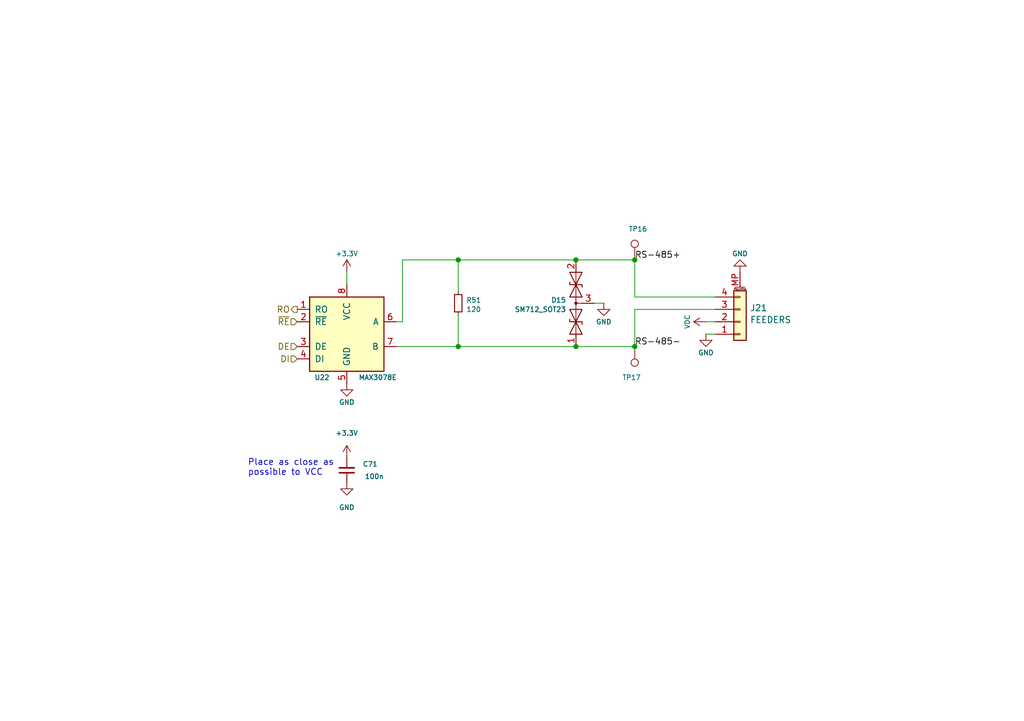
<source format=kicad_sch>
(kicad_sch
	(version 20231120)
	(generator "eeschema")
	(generator_version "8.0")
	(uuid "fb5fa96b-f210-4364-ac1d-1e10481dac56")
	(paper "A5")
	(title_block
		(title "LumenPnP Motherboard")
		(date "2023-07-30")
		(rev "005")
		(company "Opulo")
		(comment 1 "Feeder interface")
	)
	(lib_symbols
		(symbol "Connector:TestPoint"
			(pin_numbers hide)
			(pin_names
				(offset 0.762) hide)
			(exclude_from_sim no)
			(in_bom yes)
			(on_board yes)
			(property "Reference" "TP"
				(at 0 6.858 0)
				(effects
					(font
						(size 1.27 1.27)
					)
				)
			)
			(property "Value" "TestPoint"
				(at 0 5.08 0)
				(effects
					(font
						(size 1.27 1.27)
					)
				)
			)
			(property "Footprint" ""
				(at 5.08 0 0)
				(effects
					(font
						(size 1.27 1.27)
					)
					(hide yes)
				)
			)
			(property "Datasheet" "~"
				(at 5.08 0 0)
				(effects
					(font
						(size 1.27 1.27)
					)
					(hide yes)
				)
			)
			(property "Description" "test point"
				(at 0 0 0)
				(effects
					(font
						(size 1.27 1.27)
					)
					(hide yes)
				)
			)
			(property "ki_keywords" "test point tp"
				(at 0 0 0)
				(effects
					(font
						(size 1.27 1.27)
					)
					(hide yes)
				)
			)
			(property "ki_fp_filters" "Pin* Test*"
				(at 0 0 0)
				(effects
					(font
						(size 1.27 1.27)
					)
					(hide yes)
				)
			)
			(symbol "TestPoint_0_1"
				(circle
					(center 0 3.302)
					(radius 0.762)
					(stroke
						(width 0)
						(type default)
					)
					(fill
						(type none)
					)
				)
			)
			(symbol "TestPoint_1_1"
				(pin passive line
					(at 0 0 90)
					(length 2.54)
					(name "1"
						(effects
							(font
								(size 1.27 1.27)
							)
						)
					)
					(number "1"
						(effects
							(font
								(size 1.27 1.27)
							)
						)
					)
				)
			)
		)
		(symbol "Connector_Generic_MountingPin:Conn_01x04_MountingPin"
			(pin_names
				(offset 1.016) hide)
			(exclude_from_sim no)
			(in_bom yes)
			(on_board yes)
			(property "Reference" "J"
				(at 0 5.08 0)
				(effects
					(font
						(size 1.27 1.27)
					)
				)
			)
			(property "Value" "Conn_01x04_MountingPin"
				(at 1.27 -7.62 0)
				(effects
					(font
						(size 1.27 1.27)
					)
					(justify left)
				)
			)
			(property "Footprint" ""
				(at 0 0 0)
				(effects
					(font
						(size 1.27 1.27)
					)
					(hide yes)
				)
			)
			(property "Datasheet" "~"
				(at 0 0 0)
				(effects
					(font
						(size 1.27 1.27)
					)
					(hide yes)
				)
			)
			(property "Description" "Generic connectable mounting pin connector, single row, 01x04, script generated (kicad-library-utils/schlib/autogen/connector/)"
				(at 0 0 0)
				(effects
					(font
						(size 1.27 1.27)
					)
					(hide yes)
				)
			)
			(property "ki_keywords" "connector"
				(at 0 0 0)
				(effects
					(font
						(size 1.27 1.27)
					)
					(hide yes)
				)
			)
			(property "ki_fp_filters" "Connector*:*_1x??-1MP*"
				(at 0 0 0)
				(effects
					(font
						(size 1.27 1.27)
					)
					(hide yes)
				)
			)
			(symbol "Conn_01x04_MountingPin_1_1"
				(rectangle
					(start -1.27 -4.953)
					(end 0 -5.207)
					(stroke
						(width 0.1524)
						(type default)
					)
					(fill
						(type none)
					)
				)
				(rectangle
					(start -1.27 -2.413)
					(end 0 -2.667)
					(stroke
						(width 0.1524)
						(type default)
					)
					(fill
						(type none)
					)
				)
				(rectangle
					(start -1.27 0.127)
					(end 0 -0.127)
					(stroke
						(width 0.1524)
						(type default)
					)
					(fill
						(type none)
					)
				)
				(rectangle
					(start -1.27 2.667)
					(end 0 2.413)
					(stroke
						(width 0.1524)
						(type default)
					)
					(fill
						(type none)
					)
				)
				(rectangle
					(start -1.27 3.81)
					(end 1.27 -6.35)
					(stroke
						(width 0.254)
						(type default)
					)
					(fill
						(type background)
					)
				)
				(polyline
					(pts
						(xy -1.016 -7.112) (xy 1.016 -7.112)
					)
					(stroke
						(width 0.1524)
						(type default)
					)
					(fill
						(type none)
					)
				)
				(text "Mounting"
					(at 0 -6.731 0)
					(effects
						(font
							(size 0.381 0.381)
						)
					)
				)
				(pin passive line
					(at -5.08 2.54 0)
					(length 3.81)
					(name "Pin_1"
						(effects
							(font
								(size 1.27 1.27)
							)
						)
					)
					(number "1"
						(effects
							(font
								(size 1.27 1.27)
							)
						)
					)
				)
				(pin passive line
					(at -5.08 0 0)
					(length 3.81)
					(name "Pin_2"
						(effects
							(font
								(size 1.27 1.27)
							)
						)
					)
					(number "2"
						(effects
							(font
								(size 1.27 1.27)
							)
						)
					)
				)
				(pin passive line
					(at -5.08 -2.54 0)
					(length 3.81)
					(name "Pin_3"
						(effects
							(font
								(size 1.27 1.27)
							)
						)
					)
					(number "3"
						(effects
							(font
								(size 1.27 1.27)
							)
						)
					)
				)
				(pin passive line
					(at -5.08 -5.08 0)
					(length 3.81)
					(name "Pin_4"
						(effects
							(font
								(size 1.27 1.27)
							)
						)
					)
					(number "4"
						(effects
							(font
								(size 1.27 1.27)
							)
						)
					)
				)
				(pin passive line
					(at 0 -10.16 90)
					(length 3.048)
					(name "MountPin"
						(effects
							(font
								(size 1.27 1.27)
							)
						)
					)
					(number "MP"
						(effects
							(font
								(size 1.27 1.27)
							)
						)
					)
				)
			)
		)
		(symbol "Device:C_Small"
			(pin_numbers hide)
			(pin_names
				(offset 0.254) hide)
			(exclude_from_sim no)
			(in_bom yes)
			(on_board yes)
			(property "Reference" "C"
				(at 0.254 1.778 0)
				(effects
					(font
						(size 1.27 1.27)
					)
					(justify left)
				)
			)
			(property "Value" "C_Small"
				(at 0.254 -2.032 0)
				(effects
					(font
						(size 1.27 1.27)
					)
					(justify left)
				)
			)
			(property "Footprint" ""
				(at 0 0 0)
				(effects
					(font
						(size 1.27 1.27)
					)
					(hide yes)
				)
			)
			(property "Datasheet" "~"
				(at 0 0 0)
				(effects
					(font
						(size 1.27 1.27)
					)
					(hide yes)
				)
			)
			(property "Description" "Unpolarized capacitor, small symbol"
				(at 0 0 0)
				(effects
					(font
						(size 1.27 1.27)
					)
					(hide yes)
				)
			)
			(property "ki_keywords" "capacitor cap"
				(at 0 0 0)
				(effects
					(font
						(size 1.27 1.27)
					)
					(hide yes)
				)
			)
			(property "ki_fp_filters" "C_*"
				(at 0 0 0)
				(effects
					(font
						(size 1.27 1.27)
					)
					(hide yes)
				)
			)
			(symbol "C_Small_0_1"
				(polyline
					(pts
						(xy -1.524 -0.508) (xy 1.524 -0.508)
					)
					(stroke
						(width 0.3302)
						(type default)
					)
					(fill
						(type none)
					)
				)
				(polyline
					(pts
						(xy -1.524 0.508) (xy 1.524 0.508)
					)
					(stroke
						(width 0.3048)
						(type default)
					)
					(fill
						(type none)
					)
				)
			)
			(symbol "C_Small_1_1"
				(pin passive line
					(at 0 2.54 270)
					(length 2.032)
					(name "~"
						(effects
							(font
								(size 1.27 1.27)
							)
						)
					)
					(number "1"
						(effects
							(font
								(size 1.27 1.27)
							)
						)
					)
				)
				(pin passive line
					(at 0 -2.54 90)
					(length 2.032)
					(name "~"
						(effects
							(font
								(size 1.27 1.27)
							)
						)
					)
					(number "2"
						(effects
							(font
								(size 1.27 1.27)
							)
						)
					)
				)
			)
		)
		(symbol "Device:R_Small"
			(pin_numbers hide)
			(pin_names
				(offset 0.254) hide)
			(exclude_from_sim no)
			(in_bom yes)
			(on_board yes)
			(property "Reference" "R"
				(at 0.762 0.508 0)
				(effects
					(font
						(size 1.27 1.27)
					)
					(justify left)
				)
			)
			(property "Value" "R_Small"
				(at 0.762 -1.016 0)
				(effects
					(font
						(size 1.27 1.27)
					)
					(justify left)
				)
			)
			(property "Footprint" ""
				(at 0 0 0)
				(effects
					(font
						(size 1.27 1.27)
					)
					(hide yes)
				)
			)
			(property "Datasheet" "~"
				(at 0 0 0)
				(effects
					(font
						(size 1.27 1.27)
					)
					(hide yes)
				)
			)
			(property "Description" "Resistor, small symbol"
				(at 0 0 0)
				(effects
					(font
						(size 1.27 1.27)
					)
					(hide yes)
				)
			)
			(property "ki_keywords" "R resistor"
				(at 0 0 0)
				(effects
					(font
						(size 1.27 1.27)
					)
					(hide yes)
				)
			)
			(property "ki_fp_filters" "R_*"
				(at 0 0 0)
				(effects
					(font
						(size 1.27 1.27)
					)
					(hide yes)
				)
			)
			(symbol "R_Small_0_1"
				(rectangle
					(start -0.762 1.778)
					(end 0.762 -1.778)
					(stroke
						(width 0.2032)
						(type default)
					)
					(fill
						(type none)
					)
				)
			)
			(symbol "R_Small_1_1"
				(pin passive line
					(at 0 2.54 270)
					(length 0.762)
					(name "~"
						(effects
							(font
								(size 1.27 1.27)
							)
						)
					)
					(number "1"
						(effects
							(font
								(size 1.27 1.27)
							)
						)
					)
				)
				(pin passive line
					(at 0 -2.54 90)
					(length 0.762)
					(name "~"
						(effects
							(font
								(size 1.27 1.27)
							)
						)
					)
					(number "2"
						(effects
							(font
								(size 1.27 1.27)
							)
						)
					)
				)
			)
		)
		(symbol "Diode:SM712_SOT23"
			(pin_names
				(offset 1.016) hide)
			(exclude_from_sim no)
			(in_bom yes)
			(on_board yes)
			(property "Reference" "D"
				(at 0 4.445 0)
				(effects
					(font
						(size 1.27 1.27)
					)
				)
			)
			(property "Value" "SM712_SOT23"
				(at 0 2.54 0)
				(effects
					(font
						(size 1.27 1.27)
					)
				)
			)
			(property "Footprint" "Package_TO_SOT_SMD:SOT-23"
				(at 0 -8.89 0)
				(effects
					(font
						(size 1.27 1.27)
					)
					(hide yes)
				)
			)
			(property "Datasheet" "https://www.littelfuse.com/~/media/electronics/datasheets/tvs_diode_arrays/littelfuse_tvs_diode_array_sm712_datasheet.pdf.pdf"
				(at -3.81 0 0)
				(effects
					(font
						(size 1.27 1.27)
					)
					(hide yes)
				)
			)
			(property "Description" "7V/12V, 600W Asymmetrical TVS Diode Array, SOT-23"
				(at 0 0 0)
				(effects
					(font
						(size 1.27 1.27)
					)
					(hide yes)
				)
			)
			(property "ki_keywords" "transient voltage suppressor thyrector transil"
				(at 0 0 0)
				(effects
					(font
						(size 1.27 1.27)
					)
					(hide yes)
				)
			)
			(property "ki_fp_filters" "SOT?23*"
				(at 0 0 0)
				(effects
					(font
						(size 1.27 1.27)
					)
					(hide yes)
				)
			)
			(symbol "SM712_SOT23_0_0"
				(polyline
					(pts
						(xy 0 -1.27) (xy 0 0)
					)
					(stroke
						(width 0)
						(type default)
					)
					(fill
						(type none)
					)
				)
			)
			(symbol "SM712_SOT23_0_1"
				(polyline
					(pts
						(xy -6.35 0) (xy 6.35 0)
					)
					(stroke
						(width 0)
						(type default)
					)
					(fill
						(type none)
					)
				)
				(polyline
					(pts
						(xy -3.302 1.27) (xy -3.81 1.27) (xy -3.81 -1.27) (xy -4.318 -1.27)
					)
					(stroke
						(width 0.2032)
						(type default)
					)
					(fill
						(type none)
					)
				)
				(polyline
					(pts
						(xy 4.318 1.27) (xy 3.81 1.27) (xy 3.81 -1.27) (xy 3.302 -1.27)
					)
					(stroke
						(width 0.2032)
						(type default)
					)
					(fill
						(type none)
					)
				)
				(polyline
					(pts
						(xy -6.35 -1.27) (xy -1.27 1.27) (xy -1.27 -1.27) (xy -6.35 1.27) (xy -6.35 -1.27)
					)
					(stroke
						(width 0.2032)
						(type default)
					)
					(fill
						(type none)
					)
				)
				(polyline
					(pts
						(xy 1.27 -1.27) (xy 1.27 1.27) (xy 6.35 -1.27) (xy 6.35 1.27) (xy 1.27 -1.27)
					)
					(stroke
						(width 0.2032)
						(type default)
					)
					(fill
						(type none)
					)
				)
				(circle
					(center 0 0)
					(radius 0.254)
					(stroke
						(width 0)
						(type default)
					)
					(fill
						(type outline)
					)
				)
			)
			(symbol "SM712_SOT23_1_1"
				(pin passive line
					(at -8.89 0 0)
					(length 2.54)
					(name "A1"
						(effects
							(font
								(size 1.27 1.27)
							)
						)
					)
					(number "1"
						(effects
							(font
								(size 1.27 1.27)
							)
						)
					)
				)
				(pin passive line
					(at 8.89 0 180)
					(length 2.54)
					(name "A2"
						(effects
							(font
								(size 1.27 1.27)
							)
						)
					)
					(number "2"
						(effects
							(font
								(size 1.27 1.27)
							)
						)
					)
				)
				(pin input line
					(at 0 -3.81 90)
					(length 2.54)
					(name "common"
						(effects
							(font
								(size 1.27 1.27)
							)
						)
					)
					(number "3"
						(effects
							(font
								(size 1.27 1.27)
							)
						)
					)
				)
			)
		)
		(symbol "Interface_UART:MAX3078E"
			(pin_names
				(offset 1.016)
			)
			(exclude_from_sim no)
			(in_bom yes)
			(on_board yes)
			(property "Reference" "U"
				(at -7.62 8.89 0)
				(effects
					(font
						(size 1.27 1.27)
					)
					(justify left)
				)
			)
			(property "Value" "MAX3078E"
				(at 2.54 8.89 0)
				(effects
					(font
						(size 1.27 1.27)
					)
					(justify left)
				)
			)
			(property "Footprint" "Package_SO:SOIC-8_3.9x4.9mm_P1.27mm"
				(at 26.67 -8.89 0)
				(effects
					(font
						(size 1.27 1.27)
						(italic yes)
					)
					(hide yes)
				)
			)
			(property "Datasheet" "https://datasheets.maximintegrated.com/en/ds/MAX3070E-MAX3079E.pdf"
				(at 0 0 0)
				(effects
					(font
						(size 1.27 1.27)
					)
					(hide yes)
				)
			)
			(property "Description" "+3.3V, ±15kV ESD-Protected, Fail-Safe, Hot-Swap, RS-485/RS-422 Transceivers, SOIC-8"
				(at 0 0 0)
				(effects
					(font
						(size 1.27 1.27)
					)
					(hide yes)
				)
			)
			(property "ki_keywords" "Low Power Half-Duplex RS-485 RS-422 Transceiver"
				(at 0 0 0)
				(effects
					(font
						(size 1.27 1.27)
					)
					(hide yes)
				)
			)
			(property "ki_fp_filters" "SOIC*3.9x4.9mm*P1.27mm*"
				(at 0 0 0)
				(effects
					(font
						(size 1.27 1.27)
					)
					(hide yes)
				)
			)
			(symbol "MAX3078E_0_1"
				(rectangle
					(start -7.62 7.62)
					(end 7.62 -7.62)
					(stroke
						(width 0.254)
						(type default)
					)
					(fill
						(type background)
					)
				)
			)
			(symbol "MAX3078E_1_1"
				(pin output line
					(at -10.16 5.08 0)
					(length 2.54)
					(name "RO"
						(effects
							(font
								(size 1.27 1.27)
							)
						)
					)
					(number "1"
						(effects
							(font
								(size 1.27 1.27)
							)
						)
					)
				)
				(pin input line
					(at -10.16 2.54 0)
					(length 2.54)
					(name "~{RE}"
						(effects
							(font
								(size 1.27 1.27)
							)
						)
					)
					(number "2"
						(effects
							(font
								(size 1.27 1.27)
							)
						)
					)
				)
				(pin input line
					(at -10.16 -2.54 0)
					(length 2.54)
					(name "DE"
						(effects
							(font
								(size 1.27 1.27)
							)
						)
					)
					(number "3"
						(effects
							(font
								(size 1.27 1.27)
							)
						)
					)
				)
				(pin input line
					(at -10.16 -5.08 0)
					(length 2.54)
					(name "DI"
						(effects
							(font
								(size 1.27 1.27)
							)
						)
					)
					(number "4"
						(effects
							(font
								(size 1.27 1.27)
							)
						)
					)
				)
				(pin power_in line
					(at 0 -10.16 90)
					(length 2.54)
					(name "GND"
						(effects
							(font
								(size 1.27 1.27)
							)
						)
					)
					(number "5"
						(effects
							(font
								(size 1.27 1.27)
							)
						)
					)
				)
				(pin bidirectional line
					(at 10.16 2.54 180)
					(length 2.54)
					(name "A"
						(effects
							(font
								(size 1.27 1.27)
							)
						)
					)
					(number "6"
						(effects
							(font
								(size 1.27 1.27)
							)
						)
					)
				)
				(pin bidirectional line
					(at 10.16 -2.54 180)
					(length 2.54)
					(name "B"
						(effects
							(font
								(size 1.27 1.27)
							)
						)
					)
					(number "7"
						(effects
							(font
								(size 1.27 1.27)
							)
						)
					)
				)
				(pin power_in line
					(at 0 10.16 270)
					(length 2.54)
					(name "VCC"
						(effects
							(font
								(size 1.27 1.27)
							)
						)
					)
					(number "8"
						(effects
							(font
								(size 1.27 1.27)
							)
						)
					)
				)
			)
		)
		(symbol "power:+3.3V"
			(power)
			(pin_numbers hide)
			(pin_names
				(offset 0) hide)
			(exclude_from_sim no)
			(in_bom yes)
			(on_board yes)
			(property "Reference" "#PWR"
				(at 0 -3.81 0)
				(effects
					(font
						(size 1.27 1.27)
					)
					(hide yes)
				)
			)
			(property "Value" "+3.3V"
				(at 0 3.556 0)
				(effects
					(font
						(size 1.27 1.27)
					)
				)
			)
			(property "Footprint" ""
				(at 0 0 0)
				(effects
					(font
						(size 1.27 1.27)
					)
					(hide yes)
				)
			)
			(property "Datasheet" ""
				(at 0 0 0)
				(effects
					(font
						(size 1.27 1.27)
					)
					(hide yes)
				)
			)
			(property "Description" "Power symbol creates a global label with name \"+3.3V\""
				(at 0 0 0)
				(effects
					(font
						(size 1.27 1.27)
					)
					(hide yes)
				)
			)
			(property "ki_keywords" "global power"
				(at 0 0 0)
				(effects
					(font
						(size 1.27 1.27)
					)
					(hide yes)
				)
			)
			(symbol "+3.3V_0_1"
				(polyline
					(pts
						(xy -0.762 1.27) (xy 0 2.54)
					)
					(stroke
						(width 0)
						(type default)
					)
					(fill
						(type none)
					)
				)
				(polyline
					(pts
						(xy 0 0) (xy 0 2.54)
					)
					(stroke
						(width 0)
						(type default)
					)
					(fill
						(type none)
					)
				)
				(polyline
					(pts
						(xy 0 2.54) (xy 0.762 1.27)
					)
					(stroke
						(width 0)
						(type default)
					)
					(fill
						(type none)
					)
				)
			)
			(symbol "+3.3V_1_1"
				(pin power_in line
					(at 0 0 90)
					(length 0)
					(name "~"
						(effects
							(font
								(size 1.27 1.27)
							)
						)
					)
					(number "1"
						(effects
							(font
								(size 1.27 1.27)
							)
						)
					)
				)
			)
		)
		(symbol "power:GND"
			(power)
			(pin_numbers hide)
			(pin_names
				(offset 0) hide)
			(exclude_from_sim no)
			(in_bom yes)
			(on_board yes)
			(property "Reference" "#PWR"
				(at 0 -6.35 0)
				(effects
					(font
						(size 1.27 1.27)
					)
					(hide yes)
				)
			)
			(property "Value" "GND"
				(at 0 -3.81 0)
				(effects
					(font
						(size 1.27 1.27)
					)
				)
			)
			(property "Footprint" ""
				(at 0 0 0)
				(effects
					(font
						(size 1.27 1.27)
					)
					(hide yes)
				)
			)
			(property "Datasheet" ""
				(at 0 0 0)
				(effects
					(font
						(size 1.27 1.27)
					)
					(hide yes)
				)
			)
			(property "Description" "Power symbol creates a global label with name \"GND\" , ground"
				(at 0 0 0)
				(effects
					(font
						(size 1.27 1.27)
					)
					(hide yes)
				)
			)
			(property "ki_keywords" "global power"
				(at 0 0 0)
				(effects
					(font
						(size 1.27 1.27)
					)
					(hide yes)
				)
			)
			(symbol "GND_0_1"
				(polyline
					(pts
						(xy 0 0) (xy 0 -1.27) (xy 1.27 -1.27) (xy 0 -2.54) (xy -1.27 -1.27) (xy 0 -1.27)
					)
					(stroke
						(width 0)
						(type default)
					)
					(fill
						(type none)
					)
				)
			)
			(symbol "GND_1_1"
				(pin power_in line
					(at 0 0 270)
					(length 0)
					(name "~"
						(effects
							(font
								(size 1.27 1.27)
							)
						)
					)
					(number "1"
						(effects
							(font
								(size 1.27 1.27)
							)
						)
					)
				)
			)
		)
		(symbol "power:VDC"
			(power)
			(pin_numbers hide)
			(pin_names
				(offset 0) hide)
			(exclude_from_sim no)
			(in_bom yes)
			(on_board yes)
			(property "Reference" "#PWR"
				(at 0 -3.81 0)
				(effects
					(font
						(size 1.27 1.27)
					)
					(hide yes)
				)
			)
			(property "Value" "VDC"
				(at 0 3.556 0)
				(effects
					(font
						(size 1.27 1.27)
					)
				)
			)
			(property "Footprint" ""
				(at 0 0 0)
				(effects
					(font
						(size 1.27 1.27)
					)
					(hide yes)
				)
			)
			(property "Datasheet" ""
				(at 0 0 0)
				(effects
					(font
						(size 1.27 1.27)
					)
					(hide yes)
				)
			)
			(property "Description" "Power symbol creates a global label with name \"VDC\""
				(at 0 0 0)
				(effects
					(font
						(size 1.27 1.27)
					)
					(hide yes)
				)
			)
			(property "ki_keywords" "global power"
				(at 0 0 0)
				(effects
					(font
						(size 1.27 1.27)
					)
					(hide yes)
				)
			)
			(symbol "VDC_0_1"
				(polyline
					(pts
						(xy -0.762 1.27) (xy 0 2.54)
					)
					(stroke
						(width 0)
						(type default)
					)
					(fill
						(type none)
					)
				)
				(polyline
					(pts
						(xy 0 0) (xy 0 2.54)
					)
					(stroke
						(width 0)
						(type default)
					)
					(fill
						(type none)
					)
				)
				(polyline
					(pts
						(xy 0 2.54) (xy 0.762 1.27)
					)
					(stroke
						(width 0)
						(type default)
					)
					(fill
						(type none)
					)
				)
			)
			(symbol "VDC_1_1"
				(pin power_in line
					(at 0 0 90)
					(length 0)
					(name "~"
						(effects
							(font
								(size 1.27 1.27)
							)
						)
					)
					(number "1"
						(effects
							(font
								(size 1.27 1.27)
							)
						)
					)
				)
			)
		)
	)
	(junction
		(at 118.11 53.34)
		(diameter 0)
		(color 0 0 0 0)
		(uuid "03a21fc1-6882-48fa-a88e-b29f82463406")
	)
	(junction
		(at 130.175 53.34)
		(diameter 0)
		(color 0 0 0 0)
		(uuid "0af266f3-1e23-4353-9796-ae9815ccefbc")
	)
	(junction
		(at 118.11 71.12)
		(diameter 0)
		(color 0 0 0 0)
		(uuid "1249c3d3-48c8-4741-970f-380d61db2374")
	)
	(junction
		(at 93.98 71.12)
		(diameter 0)
		(color 0 0 0 0)
		(uuid "2fa00ced-ea21-4995-b38f-524f0737d0e2")
	)
	(junction
		(at 93.98 53.34)
		(diameter 0)
		(color 0 0 0 0)
		(uuid "6da15387-3526-428e-b301-4b5e3adbe1d6")
	)
	(junction
		(at 130.175 71.12)
		(diameter 0)
		(color 0 0 0 0)
		(uuid "c75ee1cc-8ac4-4a13-8211-e99f35f15a6d")
	)
	(wire
		(pts
			(xy 130.175 60.96) (xy 146.685 60.96)
		)
		(stroke
			(width 0)
			(type default)
		)
		(uuid "08fd4fdd-74ba-450a-9599-12ba0447c7af")
	)
	(wire
		(pts
			(xy 82.55 53.34) (xy 82.55 66.04)
		)
		(stroke
			(width 0)
			(type default)
		)
		(uuid "236a9a1c-87e7-465b-a678-cff45b166593")
	)
	(wire
		(pts
			(xy 93.98 64.77) (xy 93.98 71.12)
		)
		(stroke
			(width 0)
			(type default)
		)
		(uuid "299be1ad-ba11-48d8-b322-3e3ddeb7d9a2")
	)
	(wire
		(pts
			(xy 130.175 63.5) (xy 130.175 71.12)
		)
		(stroke
			(width 0)
			(type default)
		)
		(uuid "372dbaf2-0657-485d-b4d5-8a6664d89e1c")
	)
	(wire
		(pts
			(xy 121.92 62.23) (xy 123.825 62.23)
		)
		(stroke
			(width 0)
			(type default)
		)
		(uuid "3914a9fe-15be-4113-aabd-16e167c05e47")
	)
	(wire
		(pts
			(xy 118.11 71.12) (xy 130.175 71.12)
		)
		(stroke
			(width 0)
			(type default)
		)
		(uuid "581b7197-9929-4879-a15c-dfda486c254d")
	)
	(wire
		(pts
			(xy 130.175 63.5) (xy 146.685 63.5)
		)
		(stroke
			(width 0)
			(type default)
		)
		(uuid "612b3a9d-5ce0-4c96-8b2a-42a2d9592096")
	)
	(wire
		(pts
			(xy 144.78 68.58) (xy 146.685 68.58)
		)
		(stroke
			(width 0)
			(type default)
		)
		(uuid "6b1baddd-1361-45bb-9111-0ddb65c3fb15")
	)
	(wire
		(pts
			(xy 118.11 53.34) (xy 130.175 53.34)
		)
		(stroke
			(width 0)
			(type default)
		)
		(uuid "7d6079cd-a513-4c56-bc18-3c28f769f172")
	)
	(wire
		(pts
			(xy 93.98 71.12) (xy 118.11 71.12)
		)
		(stroke
			(width 0)
			(type default)
		)
		(uuid "809e0e2f-39a7-4840-8a95-72a9f3eb030d")
	)
	(wire
		(pts
			(xy 81.28 71.12) (xy 93.98 71.12)
		)
		(stroke
			(width 0)
			(type default)
		)
		(uuid "87eb8865-5474-48ff-a77e-80c60a51bd54")
	)
	(wire
		(pts
			(xy 144.78 66.04) (xy 146.685 66.04)
		)
		(stroke
			(width 0)
			(type default)
		)
		(uuid "a06c6f6f-5ffe-42c9-8271-9df9748355c3")
	)
	(wire
		(pts
			(xy 93.98 53.34) (xy 118.11 53.34)
		)
		(stroke
			(width 0)
			(type default)
		)
		(uuid "a8e5183a-f0c0-4276-a50e-4b086e054aef")
	)
	(wire
		(pts
			(xy 93.98 53.34) (xy 93.98 59.69)
		)
		(stroke
			(width 0)
			(type default)
		)
		(uuid "caadeaed-8f65-4b96-8ee7-edccf96796bb")
	)
	(wire
		(pts
			(xy 81.28 66.04) (xy 82.55 66.04)
		)
		(stroke
			(width 0)
			(type default)
		)
		(uuid "cb61e91d-a306-4895-b881-283e06c78f89")
	)
	(wire
		(pts
			(xy 71.12 55.88) (xy 71.12 58.42)
		)
		(stroke
			(width 0)
			(type default)
		)
		(uuid "d6926d41-1c5b-43f5-94ad-ca4a8e6900d6")
	)
	(wire
		(pts
			(xy 130.175 53.34) (xy 130.175 60.96)
		)
		(stroke
			(width 0)
			(type default)
		)
		(uuid "e934b739-6508-4581-ac2a-555c8623efc9")
	)
	(wire
		(pts
			(xy 82.55 53.34) (xy 93.98 53.34)
		)
		(stroke
			(width 0)
			(type default)
		)
		(uuid "f2860f6a-0d60-4f7a-99b7-16f77293eec0")
	)
	(text "Place as close as\npossible to VCC"
		(exclude_from_sim no)
		(at 50.8 97.79 0)
		(effects
			(font
				(size 1.27 1.27)
			)
			(justify left bottom)
		)
		(uuid "5054dd1c-0097-4d28-b58f-c88c7aa4a35a")
	)
	(label "RS-485-"
		(at 130.175 71.12 0)
		(fields_autoplaced yes)
		(effects
			(font
				(size 1.27 1.27)
			)
			(justify left bottom)
		)
		(uuid "4550ce50-9e3f-460d-9d5a-49c3ea383f2d")
	)
	(label "RS-485+"
		(at 130.175 53.34 0)
		(fields_autoplaced yes)
		(effects
			(font
				(size 1.27 1.27)
			)
			(justify left bottom)
		)
		(uuid "883c831f-2832-4392-936b-b9caba303078")
	)
	(hierarchical_label "~{RE}"
		(shape input)
		(at 60.96 66.04 180)
		(fields_autoplaced yes)
		(effects
			(font
				(size 1.27 1.27)
			)
			(justify right)
		)
		(uuid "2937fe95-337e-41c4-9e8d-2e3e39437f3c")
	)
	(hierarchical_label "RO"
		(shape output)
		(at 60.96 63.5 180)
		(fields_autoplaced yes)
		(effects
			(font
				(size 1.27 1.27)
			)
			(justify right)
		)
		(uuid "433fcc23-53e8-4828-a689-7eed1059c0fc")
	)
	(hierarchical_label "DE"
		(shape input)
		(at 60.96 71.12 180)
		(fields_autoplaced yes)
		(effects
			(font
				(size 1.27 1.27)
			)
			(justify right)
		)
		(uuid "78602207-f9b9-41f7-a5e6-790bebf12573")
	)
	(hierarchical_label "DI"
		(shape input)
		(at 60.96 73.66 180)
		(fields_autoplaced yes)
		(effects
			(font
				(size 1.27 1.27)
			)
			(justify right)
		)
		(uuid "87bc1067-1877-49bf-bf62-b1564e080ffb")
	)
	(symbol
		(lib_id "power:+3.3V")
		(at 71.12 93.98 0)
		(unit 1)
		(exclude_from_sim no)
		(in_bom yes)
		(on_board yes)
		(dnp no)
		(fields_autoplaced yes)
		(uuid "22116f01-7c57-4e2e-a6a3-3d562bc4f0b4")
		(property "Reference" "#PWR0201"
			(at 71.12 97.79 0)
			(effects
				(font
					(size 1 1)
				)
				(hide yes)
			)
		)
		(property "Value" "+3.3V"
			(at 71.12 88.9 0)
			(effects
				(font
					(size 1 1)
				)
			)
		)
		(property "Footprint" ""
			(at 71.12 93.98 0)
			(effects
				(font
					(size 1 1)
					(color 223 129 255 1)
				)
				(hide yes)
			)
		)
		(property "Datasheet" ""
			(at 71.12 93.98 0)
			(effects
				(font
					(size 1 1)
					(color 223 129 255 1)
				)
				(hide yes)
			)
		)
		(property "Description" "Power symbol creates a global label with name \"+3.3V\""
			(at 71.12 93.98 0)
			(effects
				(font
					(size 1.27 1.27)
				)
				(hide yes)
			)
		)
		(pin "1"
			(uuid "a4fd4ae9-da89-427a-b69e-89f3dceb157e")
		)
		(instances
			(project "mobo"
				(path "/7255cbd1-8d38-4545-be9a-7fc5488ef942/0ce3ca4e-d67d-448e-a269-79fcdb83d27c"
					(reference "#PWR0201")
					(unit 1)
				)
			)
		)
	)
	(symbol
		(lib_id "power:GND")
		(at 123.825 62.23 0)
		(unit 1)
		(exclude_from_sim no)
		(in_bom yes)
		(on_board yes)
		(dnp no)
		(uuid "2500b388-5483-4845-b4e8-2804f05c0464")
		(property "Reference" "#PWR0197"
			(at 123.825 68.58 0)
			(effects
				(font
					(size 1 1)
				)
				(hide yes)
			)
		)
		(property "Value" "GND"
			(at 123.825 66.04 0)
			(effects
				(font
					(size 1 1)
				)
			)
		)
		(property "Footprint" ""
			(at 123.825 62.23 0)
			(effects
				(font
					(size 1 1)
					(color 223 129 255 1)
				)
				(hide yes)
			)
		)
		(property "Datasheet" ""
			(at 123.825 62.23 0)
			(effects
				(font
					(size 1 1)
					(color 223 129 255 1)
				)
				(hide yes)
			)
		)
		(property "Description" "Power symbol creates a global label with name \"GND\" , ground"
			(at 123.825 62.23 0)
			(effects
				(font
					(size 1.27 1.27)
				)
				(hide yes)
			)
		)
		(pin "1"
			(uuid "ce4d6db1-a2f4-42a0-88de-3249c23ebe9f")
		)
		(instances
			(project "mobo"
				(path "/7255cbd1-8d38-4545-be9a-7fc5488ef942/0ce3ca4e-d67d-448e-a269-79fcdb83d27c"
					(reference "#PWR0197")
					(unit 1)
				)
			)
		)
	)
	(symbol
		(lib_id "Connector:TestPoint")
		(at 130.175 71.12 180)
		(unit 1)
		(exclude_from_sim no)
		(in_bom yes)
		(on_board yes)
		(dnp no)
		(uuid "743206de-f56a-4312-9758-a2e496f12b8e")
		(property "Reference" "TP17"
			(at 131.445 77.47 0)
			(effects
				(font
					(size 1 1)
				)
				(justify left)
			)
		)
		(property "Value" "TestPoint"
			(at 128.905 76.2 90)
			(effects
				(font
					(size 1 1)
				)
				(justify left)
				(hide yes)
			)
		)
		(property "Footprint" "TestPoint:TestPoint_Pad_D2.0mm"
			(at 125.095 71.12 0)
			(effects
				(font
					(size 1.27 1.27)
				)
				(hide yes)
			)
		)
		(property "Datasheet" "~"
			(at 125.095 71.12 0)
			(effects
				(font
					(size 1.27 1.27)
				)
				(hide yes)
			)
		)
		(property "Description" "test point"
			(at 130.175 71.12 0)
			(effects
				(font
					(size 1.27 1.27)
				)
				(hide yes)
			)
		)
		(pin "1"
			(uuid "ea0a5e6a-405a-46e7-a32b-6b45259f4f6f")
		)
		(instances
			(project "mobo"
				(path "/7255cbd1-8d38-4545-be9a-7fc5488ef942/0ce3ca4e-d67d-448e-a269-79fcdb83d27c"
					(reference "TP17")
					(unit 1)
				)
			)
		)
	)
	(symbol
		(lib_id "Connector_Generic_MountingPin:Conn_01x04_MountingPin")
		(at 151.765 66.04 0)
		(mirror x)
		(unit 1)
		(exclude_from_sim no)
		(in_bom yes)
		(on_board yes)
		(dnp no)
		(fields_autoplaced yes)
		(uuid "77324021-a265-4ac7-bd5c-7341cbc5c799")
		(property "Reference" "J21"
			(at 153.797 63.2023 0)
			(effects
				(font
					(size 1.27 1.27)
				)
				(justify left)
			)
		)
		(property "Value" "FEEDERS"
			(at 153.797 65.6265 0)
			(effects
				(font
					(size 1.27 1.27)
				)
				(justify left)
			)
		)
		(property "Footprint" "Connector_JST:JST_PH_B4B-PH-SM4-TB_1x04-1MP_P2.00mm_Vertical"
			(at 151.765 66.04 0)
			(effects
				(font
					(size 1.27 1.27)
				)
				(hide yes)
			)
		)
		(property "Datasheet" "~"
			(at 151.765 66.04 0)
			(effects
				(font
					(size 1.27 1.27)
				)
				(hide yes)
			)
		)
		(property "Description" "Generic connectable mounting pin connector, single row, 01x04, script generated (kicad-library-utils/schlib/autogen/connector/)"
			(at 151.765 66.04 0)
			(effects
				(font
					(size 1.27 1.27)
				)
				(hide yes)
			)
		)
		(property "JLCPCB" "C67258"
			(at 151.765 66.04 0)
			(effects
				(font
					(size 1.27 1.27)
				)
				(hide yes)
			)
		)
		(property "LCSC" "C2829152"
			(at 151.765 66.04 0)
			(effects
				(font
					(size 1.27 1.27)
				)
				(hide yes)
			)
		)
		(pin "2"
			(uuid "d8720ceb-3c0c-4cbe-b26c-89819f36e8f4")
		)
		(pin "1"
			(uuid "d16fa4c6-51fd-47d9-9f9f-ec61e963f382")
		)
		(pin "MP"
			(uuid "7c8fb4f7-5748-467f-96ba-e079f49336b4")
		)
		(pin "3"
			(uuid "dd3edce3-00f1-483c-ac60-9b2c1ef24994")
		)
		(pin "4"
			(uuid "fcec82f4-6ef3-4a1a-8700-9633d68af839")
		)
		(instances
			(project "mobo"
				(path "/7255cbd1-8d38-4545-be9a-7fc5488ef942/0ce3ca4e-d67d-448e-a269-79fcdb83d27c"
					(reference "J21")
					(unit 1)
				)
			)
		)
	)
	(symbol
		(lib_id "power:GND")
		(at 151.765 55.88 180)
		(unit 1)
		(exclude_from_sim no)
		(in_bom yes)
		(on_board yes)
		(dnp no)
		(uuid "78bb6c6e-da45-42d4-828a-50748fdd1d1b")
		(property "Reference" "#PWR0196"
			(at 151.765 49.53 0)
			(effects
				(font
					(size 1 1)
				)
				(hide yes)
			)
		)
		(property "Value" "GND"
			(at 151.765 52.07 0)
			(effects
				(font
					(size 1 1)
				)
			)
		)
		(property "Footprint" ""
			(at 151.765 55.88 0)
			(effects
				(font
					(size 1 1)
					(color 223 129 255 1)
				)
				(hide yes)
			)
		)
		(property "Datasheet" ""
			(at 151.765 55.88 0)
			(effects
				(font
					(size 1 1)
					(color 223 129 255 1)
				)
				(hide yes)
			)
		)
		(property "Description" "Power symbol creates a global label with name \"GND\" , ground"
			(at 151.765 55.88 0)
			(effects
				(font
					(size 1.27 1.27)
				)
				(hide yes)
			)
		)
		(pin "1"
			(uuid "7163406e-7e60-4638-a998-4be719e8977b")
		)
		(instances
			(project "mobo"
				(path "/7255cbd1-8d38-4545-be9a-7fc5488ef942/0ce3ca4e-d67d-448e-a269-79fcdb83d27c"
					(reference "#PWR0196")
					(unit 1)
				)
			)
		)
	)
	(symbol
		(lib_id "Diode:SM712_SOT23")
		(at 118.11 62.23 90)
		(unit 1)
		(exclude_from_sim no)
		(in_bom yes)
		(on_board yes)
		(dnp no)
		(fields_autoplaced yes)
		(uuid "894b2f30-12f3-4aa5-a6ac-6968200a3e04")
		(property "Reference" "D15"
			(at 116.1034 61.5863 90)
			(effects
				(font
					(size 1 1)
				)
				(justify left)
			)
		)
		(property "Value" "SM712_SOT23"
			(at 116.1034 63.5073 90)
			(effects
				(font
					(size 1 1)
				)
				(justify left)
			)
		)
		(property "Footprint" "Package_TO_SOT_SMD:SOT-23"
			(at 127 62.23 0)
			(effects
				(font
					(size 1 1)
					(color 223 129 255 1)
				)
				(hide yes)
			)
		)
		(property "Datasheet" "https://www.littelfuse.com/~/media/electronics/datasheets/tvs_diode_arrays/littelfuse_tvs_diode_array_sm712_datasheet.pdf.pdf"
			(at 118.11 66.04 0)
			(effects
				(font
					(size 1 1)
					(color 223 129 255 1)
				)
				(hide yes)
			)
		)
		(property "Description" "7V/12V, 600W Asymmetrical TVS Diode Array, SOT-23"
			(at 118.11 62.23 0)
			(effects
				(font
					(size 1.27 1.27)
				)
				(hide yes)
			)
		)
		(property "JLCPCB" "C521963"
			(at 118.11 62.23 0)
			(effects
				(font
					(size 1.27 1.27)
				)
				(hide yes)
			)
		)
		(property "LCSC" "C521963"
			(at 118.11 62.23 0)
			(effects
				(font
					(size 1.27 1.27)
				)
				(hide yes)
			)
		)
		(pin "1"
			(uuid "8e02919b-4708-4346-8e37-6876e3054cb6")
		)
		(pin "2"
			(uuid "7dbec9fa-f44c-468c-83d7-be4c5358b879")
		)
		(pin "3"
			(uuid "04ce2472-8fd6-4fa6-934a-ea8f4dc64ae2")
		)
		(instances
			(project "mobo"
				(path "/7255cbd1-8d38-4545-be9a-7fc5488ef942/0ce3ca4e-d67d-448e-a269-79fcdb83d27c"
					(reference "D15")
					(unit 1)
				)
			)
		)
	)
	(symbol
		(lib_id "Connector:TestPoint")
		(at 130.175 53.34 0)
		(unit 1)
		(exclude_from_sim no)
		(in_bom yes)
		(on_board yes)
		(dnp no)
		(uuid "987c9bed-87e6-42b8-a727-51b5db0887ae")
		(property "Reference" "TP16"
			(at 128.905 46.99 0)
			(effects
				(font
					(size 1 1)
				)
				(justify left)
			)
		)
		(property "Value" "TestPoint"
			(at 131.445 48.26 90)
			(effects
				(font
					(size 1 1)
				)
				(justify left)
				(hide yes)
			)
		)
		(property "Footprint" "TestPoint:TestPoint_Pad_D2.0mm"
			(at 135.255 53.34 0)
			(effects
				(font
					(size 1.27 1.27)
				)
				(hide yes)
			)
		)
		(property "Datasheet" "~"
			(at 135.255 53.34 0)
			(effects
				(font
					(size 1.27 1.27)
				)
				(hide yes)
			)
		)
		(property "Description" "test point"
			(at 130.175 53.34 0)
			(effects
				(font
					(size 1.27 1.27)
				)
				(hide yes)
			)
		)
		(pin "1"
			(uuid "7045d036-5132-4646-9a68-f5b2c84e8988")
		)
		(instances
			(project "mobo"
				(path "/7255cbd1-8d38-4545-be9a-7fc5488ef942/0ce3ca4e-d67d-448e-a269-79fcdb83d27c"
					(reference "TP16")
					(unit 1)
				)
			)
		)
	)
	(symbol
		(lib_id "power:VDC")
		(at 144.78 66.04 90)
		(unit 1)
		(exclude_from_sim no)
		(in_bom yes)
		(on_board yes)
		(dnp no)
		(uuid "afc4e9ba-c3ab-4017-925a-1bc1fcc348ea")
		(property "Reference" "#PWR0198"
			(at 147.32 66.04 0)
			(effects
				(font
					(size 1 1)
				)
				(hide yes)
			)
		)
		(property "Value" "VDC"
			(at 140.97 66.04 0)
			(effects
				(font
					(size 1 1)
				)
			)
		)
		(property "Footprint" ""
			(at 144.78 66.04 0)
			(effects
				(font
					(size 1 1)
					(color 223 129 255 1)
				)
				(hide yes)
			)
		)
		(property "Datasheet" ""
			(at 144.78 66.04 0)
			(effects
				(font
					(size 1 1)
					(color 223 129 255 1)
				)
				(hide yes)
			)
		)
		(property "Description" "Power symbol creates a global label with name \"VDC\""
			(at 144.78 66.04 0)
			(effects
				(font
					(size 1.27 1.27)
				)
				(hide yes)
			)
		)
		(pin "1"
			(uuid "a55e333b-816d-4670-ba72-01001ea8e4af")
		)
		(instances
			(project "mobo"
				(path "/7255cbd1-8d38-4545-be9a-7fc5488ef942/0ce3ca4e-d67d-448e-a269-79fcdb83d27c"
					(reference "#PWR0198")
					(unit 1)
				)
			)
		)
	)
	(symbol
		(lib_id "Device:R_Small")
		(at 93.98 62.23 0)
		(unit 1)
		(exclude_from_sim no)
		(in_bom yes)
		(on_board yes)
		(dnp no)
		(uuid "bd432e88-0f61-4f88-9b11-e86647b48917")
		(property "Reference" "R51"
			(at 97.155 61.595 0)
			(effects
				(font
					(size 1 1)
				)
			)
		)
		(property "Value" "120"
			(at 97.155 63.5 0)
			(effects
				(font
					(size 1 1)
				)
			)
		)
		(property "Footprint" "Resistor_SMD:R_0805_2012Metric"
			(at 93.98 62.23 0)
			(effects
				(font
					(size 1 1)
					(color 223 129 255 1)
				)
				(hide yes)
			)
		)
		(property "Datasheet" "~"
			(at 93.98 62.23 0)
			(effects
				(font
					(size 1 1)
					(color 223 129 255 1)
				)
				(hide yes)
			)
		)
		(property "Description" "Resistor, small symbol"
			(at 93.98 62.23 0)
			(effects
				(font
					(size 1.27 1.27)
				)
				(hide yes)
			)
		)
		(property "Digikey" "541-120CCT-ND"
			(at 93.98 62.23 0)
			(effects
				(font
					(size 1 1)
					(color 223 129 255 1)
				)
				(hide yes)
			)
		)
		(property "JLCPCB" "C25280"
			(at 93.98 62.23 0)
			(effects
				(font
					(size 1 1)
					(color 223 129 255 1)
				)
				(hide yes)
			)
		)
		(property "LCSC" "C25280"
			(at 93.98 62.23 0)
			(effects
				(font
					(size 1 1)
					(color 223 129 255 1)
				)
				(hide yes)
			)
		)
		(property "Mouser" "71-CRCW0805120RFKEA"
			(at 93.98 62.23 0)
			(effects
				(font
					(size 1 1)
					(color 223 129 255 1)
				)
				(hide yes)
			)
		)
		(property "Notes" ""
			(at 93.98 62.23 0)
			(effects
				(font
					(size 1 1)
					(color 223 129 255 1)
				)
				(hide yes)
			)
		)
		(pin "1"
			(uuid "1f550c6c-9b2a-4c0a-bfac-feea1db7734a")
		)
		(pin "2"
			(uuid "b83276c3-4946-4f95-b24b-6abf78099217")
		)
		(instances
			(project "mobo"
				(path "/7255cbd1-8d38-4545-be9a-7fc5488ef942/0ce3ca4e-d67d-448e-a269-79fcdb83d27c"
					(reference "R51")
					(unit 1)
				)
			)
		)
	)
	(symbol
		(lib_id "Device:C_Small")
		(at 71.12 96.52 180)
		(unit 1)
		(exclude_from_sim no)
		(in_bom yes)
		(on_board yes)
		(dnp no)
		(uuid "c939c136-4949-418b-b507-eb3948fe8110")
		(property "Reference" "C71"
			(at 77.47 95.25 0)
			(effects
				(font
					(size 1 1)
				)
				(justify left)
			)
		)
		(property "Value" "100n"
			(at 78.74 97.79 0)
			(effects
				(font
					(size 1 1)
				)
				(justify left)
			)
		)
		(property "Footprint" "Capacitor_SMD:C_0805_2012Metric"
			(at 71.12 96.52 0)
			(effects
				(font
					(size 1 1)
					(color 223 129 255 1)
				)
				(hide yes)
			)
		)
		(property "Datasheet" "~"
			(at 71.12 96.52 0)
			(effects
				(font
					(size 1 1)
					(color 223 129 255 1)
				)
				(hide yes)
			)
		)
		(property "Description" "Unpolarized capacitor, small symbol"
			(at 71.12 96.52 0)
			(effects
				(font
					(size 1.27 1.27)
				)
				(hide yes)
			)
		)
		(property "Digikey" ""
			(at 71.12 96.52 0)
			(effects
				(font
					(size 1 1)
					(color 223 129 255 1)
				)
				(hide yes)
			)
		)
		(property "JLCPCB" "C49678"
			(at 71.12 96.52 0)
			(effects
				(font
					(size 1 1)
					(color 223 129 255 1)
				)
				(hide yes)
			)
		)
		(property "LCSC" "C38141"
			(at 71.12 96.52 0)
			(effects
				(font
					(size 1 1)
					(color 223 129 255 1)
				)
				(hide yes)
			)
		)
		(property "Mouser" ""
			(at 71.12 96.52 0)
			(effects
				(font
					(size 1 1)
					(color 223 129 255 1)
				)
				(hide yes)
			)
		)
		(property "Notes" "6.3V"
			(at 71.12 96.52 0)
			(effects
				(font
					(size 1 1)
					(color 223 129 255 1)
				)
				(hide yes)
			)
		)
		(pin "1"
			(uuid "81de1842-b309-4342-8d97-de68f639e8a9")
		)
		(pin "2"
			(uuid "811bb3d4-72b2-45ac-8dda-65e3c7c35f08")
		)
		(instances
			(project "mobo"
				(path "/7255cbd1-8d38-4545-be9a-7fc5488ef942/0ce3ca4e-d67d-448e-a269-79fcdb83d27c"
					(reference "C71")
					(unit 1)
				)
			)
		)
	)
	(symbol
		(lib_id "Interface_UART:MAX3078E")
		(at 71.12 68.58 0)
		(unit 1)
		(exclude_from_sim no)
		(in_bom yes)
		(on_board yes)
		(dnp no)
		(uuid "cffa6072-c5ac-48a9-885c-1c186eda873c")
		(property "Reference" "U22"
			(at 66.04 77.47 0)
			(effects
				(font
					(size 1 1)
				)
			)
		)
		(property "Value" "MAX3078E"
			(at 77.47 77.47 0)
			(effects
				(font
					(size 1 1)
				)
			)
		)
		(property "Footprint" "Package_SO:SOIC-8_3.9x4.9mm_P1.27mm"
			(at 97.79 77.47 0)
			(effects
				(font
					(size 1 1)
					(italic yes)
					(color 223 129 255 1)
				)
				(hide yes)
			)
		)
		(property "Datasheet" "https://datasheets.maximintegrated.com/en/ds/MAX3070E-MAX3079E.pdf"
			(at 71.12 68.58 0)
			(effects
				(font
					(size 1 1)
					(color 223 129 255 1)
				)
				(hide yes)
			)
		)
		(property "Description" "+3.3V, ±15kV ESD-Protected, Fail-Safe, Hot-Swap, RS-485/RS-422 Transceivers, SOIC-8"
			(at 71.12 68.58 0)
			(effects
				(font
					(size 1.27 1.27)
				)
				(hide yes)
			)
		)
		(property "LCSC" "C40031"
			(at 71.12 68.58 0)
			(effects
				(font
					(size 1 1)
					(color 223 129 255 1)
				)
				(hide yes)
			)
		)
		(property "Mouser" "700-MAX3078EESA "
			(at 71.12 68.58 0)
			(effects
				(font
					(size 1 1)
					(color 223 129 255 1)
				)
				(hide yes)
			)
		)
		(property "JLCPCB" "C40031"
			(at 71.12 68.58 0)
			(effects
				(font
					(size 1 1)
					(color 223 129 255 1)
				)
				(hide yes)
			)
		)
		(property "Digikey" "MAX3078EASA+-ND"
			(at 71.12 68.58 0)
			(effects
				(font
					(size 1 1)
					(color 223 129 255 1)
				)
				(hide yes)
			)
		)
		(pin "1"
			(uuid "eaf0dc6f-379d-4059-8fb9-00c551d29adc")
		)
		(pin "2"
			(uuid "74eef97b-5b64-4163-b222-03265b6069fc")
		)
		(pin "3"
			(uuid "28ea143b-b89a-4a33-8258-a224a80715b7")
		)
		(pin "4"
			(uuid "7d54d727-c1a7-4998-8490-49e60636a61e")
		)
		(pin "5"
			(uuid "c103c607-31a9-4057-a313-bf46972782ba")
		)
		(pin "6"
			(uuid "2cc2f5cb-0467-4840-9fec-4bafdac3cd48")
		)
		(pin "7"
			(uuid "46e2b2bf-db55-40b3-be81-f9d833b21c14")
		)
		(pin "8"
			(uuid "498e6253-ff7a-4905-a2e1-07dc4e353883")
		)
		(instances
			(project "mobo"
				(path "/7255cbd1-8d38-4545-be9a-7fc5488ef942/0ce3ca4e-d67d-448e-a269-79fcdb83d27c"
					(reference "U22")
					(unit 1)
				)
			)
		)
	)
	(symbol
		(lib_id "power:GND")
		(at 71.12 99.06 0)
		(unit 1)
		(exclude_from_sim no)
		(in_bom yes)
		(on_board yes)
		(dnp no)
		(fields_autoplaced yes)
		(uuid "d85fb7ee-9404-4dc1-8789-0365c6b6fd1c")
		(property "Reference" "#PWR0202"
			(at 71.12 105.41 0)
			(effects
				(font
					(size 1 1)
				)
				(hide yes)
			)
		)
		(property "Value" "GND"
			(at 71.12 104.14 0)
			(effects
				(font
					(size 1 1)
				)
			)
		)
		(property "Footprint" ""
			(at 71.12 99.06 0)
			(effects
				(font
					(size 1 1)
					(color 223 129 255 1)
				)
				(hide yes)
			)
		)
		(property "Datasheet" ""
			(at 71.12 99.06 0)
			(effects
				(font
					(size 1 1)
					(color 223 129 255 1)
				)
				(hide yes)
			)
		)
		(property "Description" "Power symbol creates a global label with name \"GND\" , ground"
			(at 71.12 99.06 0)
			(effects
				(font
					(size 1.27 1.27)
				)
				(hide yes)
			)
		)
		(pin "1"
			(uuid "5d1eea85-5906-4ac5-ad00-474789e9ea2a")
		)
		(instances
			(project "mobo"
				(path "/7255cbd1-8d38-4545-be9a-7fc5488ef942/0ce3ca4e-d67d-448e-a269-79fcdb83d27c"
					(reference "#PWR0202")
					(unit 1)
				)
			)
		)
	)
	(symbol
		(lib_id "power:+3.3V")
		(at 71.12 55.88 0)
		(unit 1)
		(exclude_from_sim no)
		(in_bom yes)
		(on_board yes)
		(dnp no)
		(uuid "e4aa89ac-6a82-4b28-aed7-403b0b66c753")
		(property "Reference" "#PWR0195"
			(at 71.12 59.69 0)
			(effects
				(font
					(size 1 1)
				)
				(hide yes)
			)
		)
		(property "Value" "+3.3V"
			(at 71.12 52.07 0)
			(effects
				(font
					(size 1 1)
				)
			)
		)
		(property "Footprint" ""
			(at 71.12 55.88 0)
			(effects
				(font
					(size 1 1)
					(color 223 129 255 1)
				)
				(hide yes)
			)
		)
		(property "Datasheet" ""
			(at 71.12 55.88 0)
			(effects
				(font
					(size 1 1)
					(color 223 129 255 1)
				)
				(hide yes)
			)
		)
		(property "Description" "Power symbol creates a global label with name \"+3.3V\""
			(at 71.12 55.88 0)
			(effects
				(font
					(size 1.27 1.27)
				)
				(hide yes)
			)
		)
		(pin "1"
			(uuid "93fac9e2-ce13-46b5-9690-586c7e783ff1")
		)
		(instances
			(project "mobo"
				(path "/7255cbd1-8d38-4545-be9a-7fc5488ef942/0ce3ca4e-d67d-448e-a269-79fcdb83d27c"
					(reference "#PWR0195")
					(unit 1)
				)
			)
		)
	)
	(symbol
		(lib_id "power:GND")
		(at 71.12 78.74 0)
		(unit 1)
		(exclude_from_sim no)
		(in_bom yes)
		(on_board yes)
		(dnp no)
		(uuid "e731f1aa-6282-44e7-95a2-03d08a59f558")
		(property "Reference" "#PWR0200"
			(at 71.12 85.09 0)
			(effects
				(font
					(size 1 1)
				)
				(hide yes)
			)
		)
		(property "Value" "GND"
			(at 71.12 82.55 0)
			(effects
				(font
					(size 1 1)
				)
			)
		)
		(property "Footprint" ""
			(at 71.12 78.74 0)
			(effects
				(font
					(size 1 1)
					(color 223 129 255 1)
				)
				(hide yes)
			)
		)
		(property "Datasheet" ""
			(at 71.12 78.74 0)
			(effects
				(font
					(size 1 1)
					(color 223 129 255 1)
				)
				(hide yes)
			)
		)
		(property "Description" "Power symbol creates a global label with name \"GND\" , ground"
			(at 71.12 78.74 0)
			(effects
				(font
					(size 1.27 1.27)
				)
				(hide yes)
			)
		)
		(pin "1"
			(uuid "1b541845-ad35-4862-9711-0083ceef230e")
		)
		(instances
			(project "mobo"
				(path "/7255cbd1-8d38-4545-be9a-7fc5488ef942/0ce3ca4e-d67d-448e-a269-79fcdb83d27c"
					(reference "#PWR0200")
					(unit 1)
				)
			)
		)
	)
	(symbol
		(lib_id "power:GND")
		(at 144.78 68.58 0)
		(unit 1)
		(exclude_from_sim no)
		(in_bom yes)
		(on_board yes)
		(dnp no)
		(uuid "f4388a78-6a74-4797-831f-ce5ba7cb9b79")
		(property "Reference" "#PWR0199"
			(at 144.78 74.93 0)
			(effects
				(font
					(size 1 1)
				)
				(hide yes)
			)
		)
		(property "Value" "GND"
			(at 144.78 72.39 0)
			(effects
				(font
					(size 1 1)
				)
			)
		)
		(property "Footprint" ""
			(at 144.78 68.58 0)
			(effects
				(font
					(size 1 1)
					(color 223 129 255 1)
				)
				(hide yes)
			)
		)
		(property "Datasheet" ""
			(at 144.78 68.58 0)
			(effects
				(font
					(size 1 1)
					(color 223 129 255 1)
				)
				(hide yes)
			)
		)
		(property "Description" "Power symbol creates a global label with name \"GND\" , ground"
			(at 144.78 68.58 0)
			(effects
				(font
					(size 1.27 1.27)
				)
				(hide yes)
			)
		)
		(pin "1"
			(uuid "e1f64d46-a5a2-4e5d-b08e-c5b694edf037")
		)
		(instances
			(project "mobo"
				(path "/7255cbd1-8d38-4545-be9a-7fc5488ef942/0ce3ca4e-d67d-448e-a269-79fcdb83d27c"
					(reference "#PWR0199")
					(unit 1)
				)
			)
		)
	)
)

</source>
